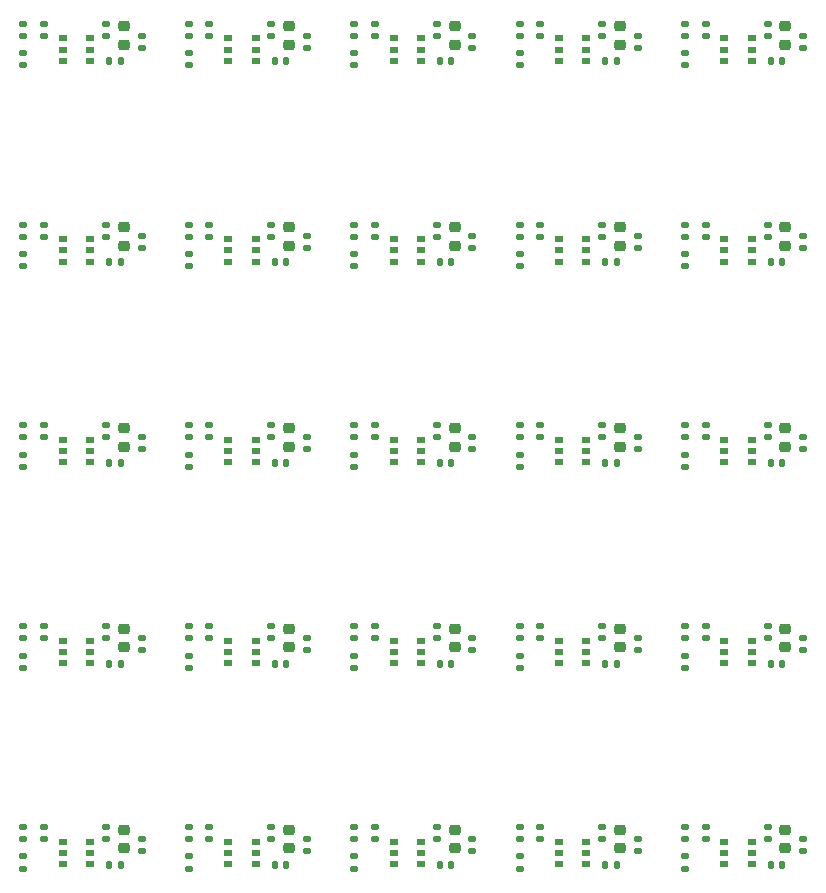
<source format=gbr>
%TF.GenerationSoftware,KiCad,Pcbnew,7.0.1*%
%TF.CreationDate,2024-10-11T23:35:26-04:00*%
%TF.ProjectId,TrackRing-panel,54726163-6b52-4696-9e67-2d70616e656c,rev?*%
%TF.SameCoordinates,Original*%
%TF.FileFunction,Paste,Top*%
%TF.FilePolarity,Positive*%
%FSLAX46Y46*%
G04 Gerber Fmt 4.6, Leading zero omitted, Abs format (unit mm)*
G04 Created by KiCad (PCBNEW 7.0.1) date 2024-10-11 23:35:26*
%MOMM*%
%LPD*%
G01*
G04 APERTURE LIST*
G04 Aperture macros list*
%AMRoundRect*
0 Rectangle with rounded corners*
0 $1 Rounding radius*
0 $2 $3 $4 $5 $6 $7 $8 $9 X,Y pos of 4 corners*
0 Add a 4 corners polygon primitive as box body*
4,1,4,$2,$3,$4,$5,$6,$7,$8,$9,$2,$3,0*
0 Add four circle primitives for the rounded corners*
1,1,$1+$1,$2,$3*
1,1,$1+$1,$4,$5*
1,1,$1+$1,$6,$7*
1,1,$1+$1,$8,$9*
0 Add four rect primitives between the rounded corners*
20,1,$1+$1,$2,$3,$4,$5,0*
20,1,$1+$1,$4,$5,$6,$7,0*
20,1,$1+$1,$6,$7,$8,$9,0*
20,1,$1+$1,$8,$9,$2,$3,0*%
G04 Aperture macros list end*
%ADD10RoundRect,0.135000X-0.185000X0.135000X-0.185000X-0.135000X0.185000X-0.135000X0.185000X0.135000X0*%
%ADD11RoundRect,0.140000X0.140000X0.170000X-0.140000X0.170000X-0.140000X-0.170000X0.140000X-0.170000X0*%
%ADD12RoundRect,0.218750X0.256250X-0.218750X0.256250X0.218750X-0.256250X0.218750X-0.256250X-0.218750X0*%
%ADD13RoundRect,0.135000X0.185000X-0.135000X0.185000X0.135000X-0.185000X0.135000X-0.185000X-0.135000X0*%
%ADD14R,0.700000X0.510000*%
G04 APERTURE END LIST*
D10*
%TO.C,R2*%
X116000000Y-30990000D03*
X116000000Y-32010000D03*
%TD*%
%TO.C,R2*%
X144000000Y-30990000D03*
X144000000Y-32010000D03*
%TD*%
%TO.C,R2*%
X116000000Y-47990000D03*
X116000000Y-49010000D03*
%TD*%
%TO.C,R2*%
X130000000Y-30990000D03*
X130000000Y-32010000D03*
%TD*%
%TO.C,R2*%
X158000000Y-30990000D03*
X158000000Y-32010000D03*
%TD*%
%TO.C,R2*%
X158000000Y-81990000D03*
X158000000Y-83010000D03*
%TD*%
%TO.C,R2*%
X172000000Y-30990000D03*
X172000000Y-32010000D03*
%TD*%
%TO.C,R2*%
X144000000Y-47990000D03*
X144000000Y-49010000D03*
%TD*%
%TO.C,R2*%
X130000000Y-47990000D03*
X130000000Y-49010000D03*
%TD*%
%TO.C,R2*%
X172000000Y-47990000D03*
X172000000Y-49010000D03*
%TD*%
%TO.C,R2*%
X116000000Y-64990000D03*
X116000000Y-66010000D03*
%TD*%
%TO.C,R2*%
X144000000Y-64990000D03*
X144000000Y-66010000D03*
%TD*%
%TO.C,R2*%
X158000000Y-64990000D03*
X158000000Y-66010000D03*
%TD*%
%TO.C,R2*%
X172000000Y-64990000D03*
X172000000Y-66010000D03*
%TD*%
%TO.C,R2*%
X130000000Y-64990000D03*
X130000000Y-66010000D03*
%TD*%
%TO.C,R2*%
X116000000Y-81990000D03*
X116000000Y-83010000D03*
%TD*%
%TO.C,R2*%
X158000000Y-47990000D03*
X158000000Y-49010000D03*
%TD*%
%TO.C,R2*%
X130000000Y-81990000D03*
X130000000Y-83010000D03*
%TD*%
%TO.C,R2*%
X144000000Y-81990000D03*
X144000000Y-83010000D03*
%TD*%
%TO.C,R2*%
X144000000Y-98990000D03*
X144000000Y-100010000D03*
%TD*%
%TO.C,R2*%
X158000000Y-98990000D03*
X158000000Y-100010000D03*
%TD*%
%TO.C,R2*%
X116000000Y-98990000D03*
X116000000Y-100010000D03*
%TD*%
%TO.C,R2*%
X172000000Y-81990000D03*
X172000000Y-83010000D03*
%TD*%
%TO.C,R2*%
X130000000Y-98990000D03*
X130000000Y-100010000D03*
%TD*%
%TO.C,R2*%
X172000000Y-98990000D03*
X172000000Y-100010000D03*
%TD*%
D11*
%TO.C,C1*%
X124230000Y-34175000D03*
X123270000Y-34175000D03*
%TD*%
%TO.C,C1*%
X166230000Y-85175000D03*
X165270000Y-85175000D03*
%TD*%
%TO.C,C1*%
X166230000Y-34175000D03*
X165270000Y-34175000D03*
%TD*%
%TO.C,C1*%
X152230000Y-34175000D03*
X151270000Y-34175000D03*
%TD*%
%TO.C,C1*%
X138230000Y-51175000D03*
X137270000Y-51175000D03*
%TD*%
%TO.C,C1*%
X152230000Y-51175000D03*
X151270000Y-51175000D03*
%TD*%
%TO.C,C1*%
X124230000Y-51175000D03*
X123270000Y-51175000D03*
%TD*%
%TO.C,C1*%
X180230000Y-51175000D03*
X179270000Y-51175000D03*
%TD*%
%TO.C,C1*%
X166230000Y-51175000D03*
X165270000Y-51175000D03*
%TD*%
%TO.C,C1*%
X124230000Y-68175000D03*
X123270000Y-68175000D03*
%TD*%
%TO.C,C1*%
X138230000Y-34175000D03*
X137270000Y-34175000D03*
%TD*%
%TO.C,C1*%
X180230000Y-34175000D03*
X179270000Y-34175000D03*
%TD*%
%TO.C,C1*%
X180230000Y-68175000D03*
X179270000Y-68175000D03*
%TD*%
%TO.C,C1*%
X138230000Y-85175000D03*
X137270000Y-85175000D03*
%TD*%
%TO.C,C1*%
X152230000Y-85175000D03*
X151270000Y-85175000D03*
%TD*%
%TO.C,C1*%
X138230000Y-68175000D03*
X137270000Y-68175000D03*
%TD*%
%TO.C,C1*%
X166230000Y-68175000D03*
X165270000Y-68175000D03*
%TD*%
%TO.C,C1*%
X124230000Y-102175000D03*
X123270000Y-102175000D03*
%TD*%
%TO.C,C1*%
X138230000Y-102175000D03*
X137270000Y-102175000D03*
%TD*%
%TO.C,C1*%
X124230000Y-85175000D03*
X123270000Y-85175000D03*
%TD*%
%TO.C,C1*%
X180230000Y-85175000D03*
X179270000Y-85175000D03*
%TD*%
%TO.C,C1*%
X152230000Y-68175000D03*
X151270000Y-68175000D03*
%TD*%
%TO.C,C1*%
X152230000Y-102175000D03*
X151270000Y-102175000D03*
%TD*%
%TO.C,C1*%
X180230000Y-102175000D03*
X179270000Y-102175000D03*
%TD*%
%TO.C,C1*%
X166230000Y-102175000D03*
X165270000Y-102175000D03*
%TD*%
D12*
%TO.C,D1*%
X124500000Y-49787500D03*
X124500000Y-48212500D03*
%TD*%
%TO.C,D1*%
X152500000Y-32787500D03*
X152500000Y-31212500D03*
%TD*%
%TO.C,D1*%
X166500000Y-32787500D03*
X166500000Y-31212500D03*
%TD*%
%TO.C,D1*%
X180500000Y-32787500D03*
X180500000Y-31212500D03*
%TD*%
%TO.C,D1*%
X138500000Y-32787500D03*
X138500000Y-31212500D03*
%TD*%
%TO.C,D1*%
X166500000Y-83787500D03*
X166500000Y-82212500D03*
%TD*%
%TO.C,D1*%
X124500000Y-32787500D03*
X124500000Y-31212500D03*
%TD*%
%TO.C,D1*%
X166500000Y-49787500D03*
X166500000Y-48212500D03*
%TD*%
%TO.C,D1*%
X180500000Y-49787500D03*
X180500000Y-48212500D03*
%TD*%
%TO.C,D1*%
X138500000Y-66787500D03*
X138500000Y-65212500D03*
%TD*%
%TO.C,D1*%
X180500000Y-66787500D03*
X180500000Y-65212500D03*
%TD*%
%TO.C,D1*%
X152500000Y-66787500D03*
X152500000Y-65212500D03*
%TD*%
%TO.C,D1*%
X166500000Y-66787500D03*
X166500000Y-65212500D03*
%TD*%
%TO.C,D1*%
X138500000Y-49787500D03*
X138500000Y-48212500D03*
%TD*%
%TO.C,D1*%
X124500000Y-83787500D03*
X124500000Y-82212500D03*
%TD*%
%TO.C,D1*%
X152500000Y-49787500D03*
X152500000Y-48212500D03*
%TD*%
%TO.C,D1*%
X124500000Y-66787500D03*
X124500000Y-65212500D03*
%TD*%
%TO.C,D1*%
X124500000Y-100787500D03*
X124500000Y-99212500D03*
%TD*%
%TO.C,D1*%
X166500000Y-100787500D03*
X166500000Y-99212500D03*
%TD*%
%TO.C,D1*%
X152500000Y-83787500D03*
X152500000Y-82212500D03*
%TD*%
%TO.C,D1*%
X138500000Y-100787500D03*
X138500000Y-99212500D03*
%TD*%
%TO.C,D1*%
X152500000Y-100787500D03*
X152500000Y-99212500D03*
%TD*%
%TO.C,D1*%
X138500000Y-83787500D03*
X138500000Y-82212500D03*
%TD*%
%TO.C,D1*%
X180500000Y-83787500D03*
X180500000Y-82212500D03*
%TD*%
%TO.C,D1*%
X180500000Y-100787500D03*
X180500000Y-99212500D03*
%TD*%
D13*
%TO.C,R4*%
X130000000Y-34510000D03*
X130000000Y-33490000D03*
%TD*%
%TO.C,R4*%
X158000000Y-85510000D03*
X158000000Y-84490000D03*
%TD*%
%TO.C,R4*%
X116000000Y-51510000D03*
X116000000Y-50490000D03*
%TD*%
%TO.C,R4*%
X144000000Y-34510000D03*
X144000000Y-33490000D03*
%TD*%
%TO.C,R4*%
X158000000Y-34510000D03*
X158000000Y-33490000D03*
%TD*%
%TO.C,R4*%
X172000000Y-34510000D03*
X172000000Y-33490000D03*
%TD*%
%TO.C,R4*%
X130000000Y-51510000D03*
X130000000Y-50490000D03*
%TD*%
%TO.C,R4*%
X144000000Y-51510000D03*
X144000000Y-50490000D03*
%TD*%
%TO.C,R4*%
X116000000Y-34510000D03*
X116000000Y-33490000D03*
%TD*%
%TO.C,R4*%
X158000000Y-51510000D03*
X158000000Y-50490000D03*
%TD*%
%TO.C,R4*%
X116000000Y-68510000D03*
X116000000Y-67490000D03*
%TD*%
%TO.C,R4*%
X172000000Y-51510000D03*
X172000000Y-50490000D03*
%TD*%
%TO.C,R4*%
X130000000Y-68510000D03*
X130000000Y-67490000D03*
%TD*%
%TO.C,R4*%
X158000000Y-68510000D03*
X158000000Y-67490000D03*
%TD*%
%TO.C,R4*%
X116000000Y-102510000D03*
X116000000Y-101490000D03*
%TD*%
%TO.C,R4*%
X116000000Y-85510000D03*
X116000000Y-84490000D03*
%TD*%
%TO.C,R4*%
X158000000Y-102510000D03*
X158000000Y-101490000D03*
%TD*%
%TO.C,R4*%
X130000000Y-102510000D03*
X130000000Y-101490000D03*
%TD*%
%TO.C,R4*%
X144000000Y-85510000D03*
X144000000Y-84490000D03*
%TD*%
%TO.C,R4*%
X172000000Y-102510000D03*
X172000000Y-101490000D03*
%TD*%
%TO.C,R4*%
X172000000Y-68510000D03*
X172000000Y-67490000D03*
%TD*%
%TO.C,R4*%
X144000000Y-68510000D03*
X144000000Y-67490000D03*
%TD*%
%TO.C,R4*%
X172000000Y-85510000D03*
X172000000Y-84490000D03*
%TD*%
%TO.C,R4*%
X144000000Y-102510000D03*
X144000000Y-101490000D03*
%TD*%
%TO.C,R4*%
X130000000Y-85510000D03*
X130000000Y-84490000D03*
%TD*%
D10*
%TO.C,R1*%
X159750000Y-30990000D03*
X159750000Y-32010000D03*
%TD*%
%TO.C,R1*%
X131750000Y-47990000D03*
X131750000Y-49010000D03*
%TD*%
%TO.C,R1*%
X145750000Y-47990000D03*
X145750000Y-49010000D03*
%TD*%
%TO.C,R1*%
X117750000Y-30990000D03*
X117750000Y-32010000D03*
%TD*%
%TO.C,R1*%
X145750000Y-30990000D03*
X145750000Y-32010000D03*
%TD*%
%TO.C,R1*%
X173750000Y-30990000D03*
X173750000Y-32010000D03*
%TD*%
%TO.C,R1*%
X131750000Y-30990000D03*
X131750000Y-32010000D03*
%TD*%
%TO.C,R1*%
X117750000Y-47990000D03*
X117750000Y-49010000D03*
%TD*%
%TO.C,R1*%
X159750000Y-81990000D03*
X159750000Y-83010000D03*
%TD*%
%TO.C,R1*%
X159750000Y-98990000D03*
X159750000Y-100010000D03*
%TD*%
%TO.C,R1*%
X173750000Y-47990000D03*
X173750000Y-49010000D03*
%TD*%
%TO.C,R1*%
X159750000Y-64990000D03*
X159750000Y-66010000D03*
%TD*%
%TO.C,R1*%
X145750000Y-81990000D03*
X145750000Y-83010000D03*
%TD*%
%TO.C,R1*%
X131750000Y-64990000D03*
X131750000Y-66010000D03*
%TD*%
%TO.C,R1*%
X145750000Y-64990000D03*
X145750000Y-66010000D03*
%TD*%
%TO.C,R1*%
X173750000Y-64990000D03*
X173750000Y-66010000D03*
%TD*%
%TO.C,R1*%
X173750000Y-81990000D03*
X173750000Y-83010000D03*
%TD*%
%TO.C,R1*%
X131750000Y-98990000D03*
X131750000Y-100010000D03*
%TD*%
%TO.C,R1*%
X145750000Y-98990000D03*
X145750000Y-100010000D03*
%TD*%
%TO.C,R1*%
X159750000Y-47990000D03*
X159750000Y-49010000D03*
%TD*%
%TO.C,R1*%
X173750000Y-98990000D03*
X173750000Y-100010000D03*
%TD*%
%TO.C,R1*%
X117750000Y-64990000D03*
X117750000Y-66010000D03*
%TD*%
%TO.C,R1*%
X131750000Y-81990000D03*
X131750000Y-83010000D03*
%TD*%
%TO.C,R1*%
X117750000Y-81990000D03*
X117750000Y-83010000D03*
%TD*%
%TO.C,R1*%
X117750000Y-98990000D03*
X117750000Y-100010000D03*
%TD*%
D13*
%TO.C,R5*%
X140000000Y-33010000D03*
X140000000Y-31990000D03*
%TD*%
%TO.C,R5*%
X168000000Y-33010000D03*
X168000000Y-31990000D03*
%TD*%
%TO.C,R5*%
X154000000Y-33010000D03*
X154000000Y-31990000D03*
%TD*%
%TO.C,R5*%
X168000000Y-84010000D03*
X168000000Y-82990000D03*
%TD*%
%TO.C,R5*%
X126000000Y-33010000D03*
X126000000Y-31990000D03*
%TD*%
%TO.C,R5*%
X154000000Y-101010000D03*
X154000000Y-99990000D03*
%TD*%
%TO.C,R5*%
X140000000Y-50010000D03*
X140000000Y-48990000D03*
%TD*%
%TO.C,R5*%
X182000000Y-101010000D03*
X182000000Y-99990000D03*
%TD*%
%TO.C,R5*%
X154000000Y-84010000D03*
X154000000Y-82990000D03*
%TD*%
%TO.C,R5*%
X182000000Y-50010000D03*
X182000000Y-48990000D03*
%TD*%
%TO.C,R5*%
X140000000Y-67010000D03*
X140000000Y-65990000D03*
%TD*%
%TO.C,R5*%
X126000000Y-67010000D03*
X126000000Y-65990000D03*
%TD*%
%TO.C,R5*%
X126000000Y-84010000D03*
X126000000Y-82990000D03*
%TD*%
%TO.C,R5*%
X154000000Y-50010000D03*
X154000000Y-48990000D03*
%TD*%
%TO.C,R5*%
X182000000Y-67010000D03*
X182000000Y-65990000D03*
%TD*%
%TO.C,R5*%
X182000000Y-33010000D03*
X182000000Y-31990000D03*
%TD*%
%TO.C,R5*%
X154000000Y-67010000D03*
X154000000Y-65990000D03*
%TD*%
%TO.C,R5*%
X140000000Y-84010000D03*
X140000000Y-82990000D03*
%TD*%
%TO.C,R5*%
X168000000Y-67010000D03*
X168000000Y-65990000D03*
%TD*%
%TO.C,R5*%
X126000000Y-101010000D03*
X126000000Y-99990000D03*
%TD*%
%TO.C,R5*%
X126000000Y-50010000D03*
X126000000Y-48990000D03*
%TD*%
%TO.C,R5*%
X168000000Y-50010000D03*
X168000000Y-48990000D03*
%TD*%
%TO.C,R5*%
X182000000Y-84010000D03*
X182000000Y-82990000D03*
%TD*%
%TO.C,R5*%
X140000000Y-101010000D03*
X140000000Y-99990000D03*
%TD*%
%TO.C,R5*%
X168000000Y-101010000D03*
X168000000Y-99990000D03*
%TD*%
D14*
%TO.C,U1*%
X161340000Y-83225000D03*
X161340000Y-84175000D03*
X161340000Y-85125000D03*
X163660000Y-85125000D03*
X163660000Y-84175000D03*
X163660000Y-83225000D03*
%TD*%
%TO.C,U1*%
X133340000Y-66225000D03*
X133340000Y-67175000D03*
X133340000Y-68125000D03*
X135660000Y-68125000D03*
X135660000Y-67175000D03*
X135660000Y-66225000D03*
%TD*%
%TO.C,U1*%
X147340000Y-32225000D03*
X147340000Y-33175000D03*
X147340000Y-34125000D03*
X149660000Y-34125000D03*
X149660000Y-33175000D03*
X149660000Y-32225000D03*
%TD*%
%TO.C,U1*%
X147340000Y-100225000D03*
X147340000Y-101175000D03*
X147340000Y-102125000D03*
X149660000Y-102125000D03*
X149660000Y-101175000D03*
X149660000Y-100225000D03*
%TD*%
%TO.C,U1*%
X175340000Y-100225000D03*
X175340000Y-101175000D03*
X175340000Y-102125000D03*
X177660000Y-102125000D03*
X177660000Y-101175000D03*
X177660000Y-100225000D03*
%TD*%
%TO.C,U1*%
X119340000Y-32225000D03*
X119340000Y-33175000D03*
X119340000Y-34125000D03*
X121660000Y-34125000D03*
X121660000Y-33175000D03*
X121660000Y-32225000D03*
%TD*%
%TO.C,U1*%
X161340000Y-32225000D03*
X161340000Y-33175000D03*
X161340000Y-34125000D03*
X163660000Y-34125000D03*
X163660000Y-33175000D03*
X163660000Y-32225000D03*
%TD*%
%TO.C,U1*%
X175340000Y-49225000D03*
X175340000Y-50175000D03*
X175340000Y-51125000D03*
X177660000Y-51125000D03*
X177660000Y-50175000D03*
X177660000Y-49225000D03*
%TD*%
%TO.C,U1*%
X161340000Y-49225000D03*
X161340000Y-50175000D03*
X161340000Y-51125000D03*
X163660000Y-51125000D03*
X163660000Y-50175000D03*
X163660000Y-49225000D03*
%TD*%
%TO.C,U1*%
X175340000Y-66225000D03*
X175340000Y-67175000D03*
X175340000Y-68125000D03*
X177660000Y-68125000D03*
X177660000Y-67175000D03*
X177660000Y-66225000D03*
%TD*%
%TO.C,U1*%
X119340000Y-49225000D03*
X119340000Y-50175000D03*
X119340000Y-51125000D03*
X121660000Y-51125000D03*
X121660000Y-50175000D03*
X121660000Y-49225000D03*
%TD*%
%TO.C,U1*%
X133340000Y-83225000D03*
X133340000Y-84175000D03*
X133340000Y-85125000D03*
X135660000Y-85125000D03*
X135660000Y-84175000D03*
X135660000Y-83225000D03*
%TD*%
%TO.C,U1*%
X119340000Y-83225000D03*
X119340000Y-84175000D03*
X119340000Y-85125000D03*
X121660000Y-85125000D03*
X121660000Y-84175000D03*
X121660000Y-83225000D03*
%TD*%
%TO.C,U1*%
X133340000Y-32225000D03*
X133340000Y-33175000D03*
X133340000Y-34125000D03*
X135660000Y-34125000D03*
X135660000Y-33175000D03*
X135660000Y-32225000D03*
%TD*%
%TO.C,U1*%
X175340000Y-32225000D03*
X175340000Y-33175000D03*
X175340000Y-34125000D03*
X177660000Y-34125000D03*
X177660000Y-33175000D03*
X177660000Y-32225000D03*
%TD*%
%TO.C,U1*%
X133340000Y-49225000D03*
X133340000Y-50175000D03*
X133340000Y-51125000D03*
X135660000Y-51125000D03*
X135660000Y-50175000D03*
X135660000Y-49225000D03*
%TD*%
%TO.C,U1*%
X161340000Y-66225000D03*
X161340000Y-67175000D03*
X161340000Y-68125000D03*
X163660000Y-68125000D03*
X163660000Y-67175000D03*
X163660000Y-66225000D03*
%TD*%
%TO.C,U1*%
X147340000Y-83225000D03*
X147340000Y-84175000D03*
X147340000Y-85125000D03*
X149660000Y-85125000D03*
X149660000Y-84175000D03*
X149660000Y-83225000D03*
%TD*%
%TO.C,U1*%
X175340000Y-83225000D03*
X175340000Y-84175000D03*
X175340000Y-85125000D03*
X177660000Y-85125000D03*
X177660000Y-84175000D03*
X177660000Y-83225000D03*
%TD*%
%TO.C,U1*%
X119340000Y-66225000D03*
X119340000Y-67175000D03*
X119340000Y-68125000D03*
X121660000Y-68125000D03*
X121660000Y-67175000D03*
X121660000Y-66225000D03*
%TD*%
%TO.C,U1*%
X119340000Y-100225000D03*
X119340000Y-101175000D03*
X119340000Y-102125000D03*
X121660000Y-102125000D03*
X121660000Y-101175000D03*
X121660000Y-100225000D03*
%TD*%
%TO.C,U1*%
X133340000Y-100225000D03*
X133340000Y-101175000D03*
X133340000Y-102125000D03*
X135660000Y-102125000D03*
X135660000Y-101175000D03*
X135660000Y-100225000D03*
%TD*%
%TO.C,U1*%
X147340000Y-49225000D03*
X147340000Y-50175000D03*
X147340000Y-51125000D03*
X149660000Y-51125000D03*
X149660000Y-50175000D03*
X149660000Y-49225000D03*
%TD*%
%TO.C,U1*%
X147340000Y-66225000D03*
X147340000Y-67175000D03*
X147340000Y-68125000D03*
X149660000Y-68125000D03*
X149660000Y-67175000D03*
X149660000Y-66225000D03*
%TD*%
%TO.C,U1*%
X161340000Y-100225000D03*
X161340000Y-101175000D03*
X161340000Y-102125000D03*
X163660000Y-102125000D03*
X163660000Y-101175000D03*
X163660000Y-100225000D03*
%TD*%
D13*
%TO.C,R3*%
X179000000Y-32010000D03*
X179000000Y-30990000D03*
%TD*%
%TO.C,R3*%
X151000000Y-66010000D03*
X151000000Y-64990000D03*
%TD*%
%TO.C,R3*%
X137000000Y-66010000D03*
X137000000Y-64990000D03*
%TD*%
%TO.C,R3*%
X151000000Y-49010000D03*
X151000000Y-47990000D03*
%TD*%
%TO.C,R3*%
X137000000Y-49010000D03*
X137000000Y-47990000D03*
%TD*%
%TO.C,R3*%
X123000000Y-83010000D03*
X123000000Y-81990000D03*
%TD*%
%TO.C,R3*%
X151000000Y-83010000D03*
X151000000Y-81990000D03*
%TD*%
%TO.C,R3*%
X165000000Y-83010000D03*
X165000000Y-81990000D03*
%TD*%
%TO.C,R3*%
X137000000Y-32010000D03*
X137000000Y-30990000D03*
%TD*%
%TO.C,R3*%
X165000000Y-49010000D03*
X165000000Y-47990000D03*
%TD*%
%TO.C,R3*%
X123000000Y-32010000D03*
X123000000Y-30990000D03*
%TD*%
%TO.C,R3*%
X179000000Y-49010000D03*
X179000000Y-47990000D03*
%TD*%
%TO.C,R3*%
X165000000Y-32010000D03*
X165000000Y-30990000D03*
%TD*%
%TO.C,R3*%
X123000000Y-66010000D03*
X123000000Y-64990000D03*
%TD*%
%TO.C,R3*%
X123000000Y-49010000D03*
X123000000Y-47990000D03*
%TD*%
%TO.C,R3*%
X179000000Y-66010000D03*
X179000000Y-64990000D03*
%TD*%
%TO.C,R3*%
X151000000Y-32010000D03*
X151000000Y-30990000D03*
%TD*%
%TO.C,R3*%
X165000000Y-66010000D03*
X165000000Y-64990000D03*
%TD*%
%TO.C,R3*%
X137000000Y-83010000D03*
X137000000Y-81990000D03*
%TD*%
%TO.C,R3*%
X179000000Y-100010000D03*
X179000000Y-98990000D03*
%TD*%
%TO.C,R3*%
X165000000Y-100010000D03*
X165000000Y-98990000D03*
%TD*%
%TO.C,R3*%
X179000000Y-83010000D03*
X179000000Y-81990000D03*
%TD*%
%TO.C,R3*%
X123000000Y-100010000D03*
X123000000Y-98990000D03*
%TD*%
%TO.C,R3*%
X151000000Y-100010000D03*
X151000000Y-98990000D03*
%TD*%
%TO.C,R3*%
X137000000Y-100010000D03*
X137000000Y-98990000D03*
%TD*%
M02*

</source>
